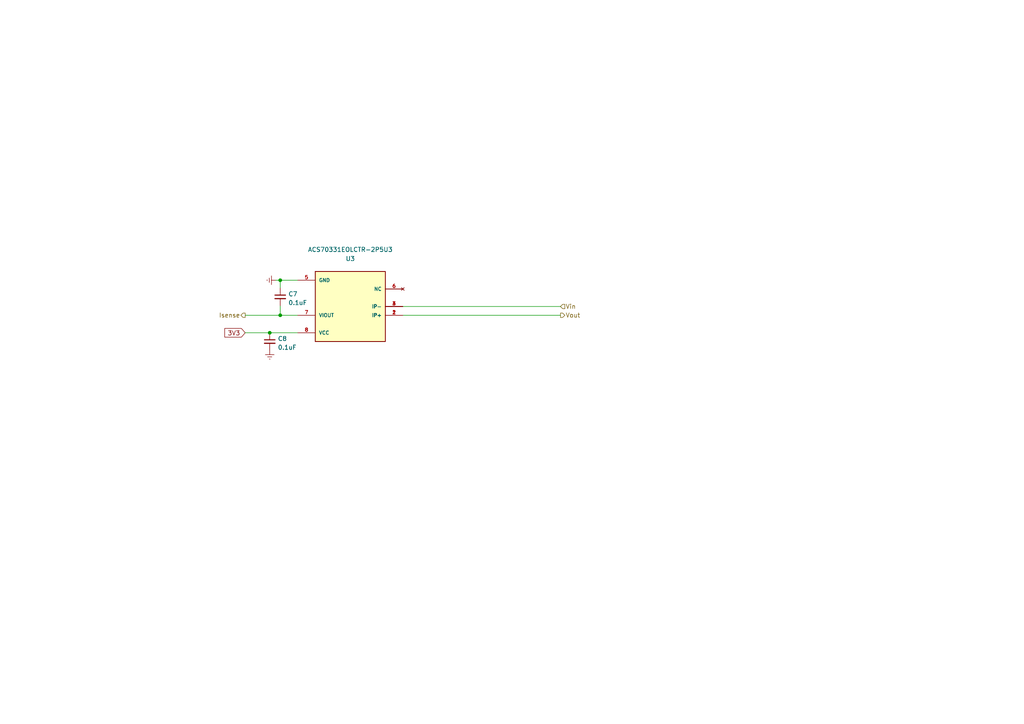
<source format=kicad_sch>
(kicad_sch (version 20211123) (generator eeschema)
  (paper "A4")
  (lib_symbols
    (symbol "ACS70331EOLCTR-2P5U3:ACS70331EOLCTR-2P5U3" (pin_names (offset 1.016))
      (property "Reference" "U" (at -10.16 11.049 0))
      (property "Value" "ACS70331EOLCTR-2P5U3" (at -10.16 -12.7 0))
      (symbol "ACS70331EOLCTR-2P5U3_0_0"
        (rectangle (start -10.16 -10.16) (end 10.16 10.16) (stroke (width 0.254)) (fill (type background)))
        (pin input line (at -15.24 2.54 0) (length 5.08) (name "IP+") (number "1"))
        (pin input line (at -15.24 2.54 0) (length 5.08) (name "IP+") (number "2"))
        (pin input line (at -15.24 0 0) (length 5.08) (name "IP-") (number "3"))
        (pin input line (at -15.24 0 0) (length 5.08) (name "IP-") (number "4"))
        (pin power_in line (at 15.24 -7.62 180) (length 5.08) (name "GND") (number "5"))
        (pin no_connect line (at -15.24 -5.08 0) (length 5.08) (name "NC") (number "6"))
        (pin output line (at 15.24 2.54 180) (length 5.08) (name "VIOUT") (number "7"))
        (pin power_in line (at 15.24 7.62 180) (length 5.08) (name "VCC") (number "8"))
      )
    )
    (symbol "Device:C_Small" (pin_numbers hide) (pin_names (offset 0.254) hide)
      (property "Reference" "C" (at 0.254 1.778 0))
      (property "Value" "C_Small" (at 0.254 -2.032 0))
      (symbol "C_Small_0_1"
        (polyline (pts (xy -1.524 -0.508) (xy 1.524 -0.508)) (stroke (width 0.3302)))
        (polyline (pts (xy -1.524 0.508) (xy 1.524 0.508)) (stroke (width 0.3048)))
      )
      (symbol "C_Small_1_1"
        (pin passive line (at 0 2.54 270) (length 2.032) (name "~") (number "1"))
        (pin passive line (at 0 -2.54 90) (length 2.032) (name "~") (number "2"))
      )
    )
    (symbol "power:GNDREF" (power) (pin_names (offset 0))
      (property "Value" "GNDREF" (at 0 -3.81 0))
      (symbol "GNDREF_0_1"
        (polyline (pts (xy -0.635 -1.905) (xy 0.635 -1.905)))
        (polyline (pts (xy -0.127 -2.54) (xy 0.127 -2.54)))
        (polyline (pts (xy 0 -1.27) (xy 0 0)))
        (polyline (pts (xy 1.27 -1.27) (xy -1.27 -1.27)))
      )
      (symbol "GNDREF_1_1"
        (pin power_in line (at 0 0 270) (length 0) hide (name "GNDREF") (number "1"))
      )
    )
  )
  (junction (at 81.28 81.28))
  (junction (at 78.232 96.52))
  (junction (at 81.28 91.44))
  (wire (pts (xy 80.01 81.28) (xy 81.28 81.28)))
  (wire (pts (xy 71.12 96.52) (xy 78.232 96.52)))
  (wire (pts (xy 71.12 91.44) (xy 81.28 91.44)))
  (wire (pts (xy 81.28 91.44) (xy 86.36 91.44)))
  (wire (pts (xy 78.232 96.52) (xy 86.36 96.52)))
  (wire (pts (xy 81.28 88.646) (xy 81.28 91.44)))
  (wire (pts (xy 81.28 81.28) (xy 86.36 81.28)))
  (wire (pts (xy 116.84 91.44) (xy 162.56 91.44)))
  (wire (pts (xy 81.28 81.28) (xy 81.28 83.566)))
  (wire (pts (xy 116.84 88.9) (xy 162.56 88.9)))
  (global_label "3V3" (shape input) (at 71.12 96.52 180) (property "Intersheet References" "${INTERSHEET_REFS}" (at 65.2882 96.4406 0) (effects (justify right))))
  (hierarchical_label "Vin" (shape input) (at 162.56 88.9 0))
  (hierarchical_label "Isense" (shape output) (at 71.12 91.44 180))
  (hierarchical_label "Vout" (shape output) (at 162.56 91.44 0))
  (symbol (lib_id "Device:C_Small") (at 78.232 99.06 0) (unit 1)
    (property "Reference" "C8" (at 80.5561 98.2316 0) (effects (justify left)))
    (property "Value" "0.1uF" (at 80.5561 100.7685 0) (effects (justify left)))
    (property "Footprint" "Capacitor_SMD:C_0603_1608Metric" (effects hide))
  )
  (symbol (lib_id "power:GNDREF") (at 80.01 81.28 270) (unit 1)
    (property "Reference" "#PWR07" (effects hide))
    (property "Value" "GNDREF" (effects hide))
  )
  (symbol (lib_id "ACS70331EOLCTR-2P5U3:ACS70331EOLCTR-2P5U3") (at 101.6 88.9 180) (unit 1)
    (property "Reference" "U3" (at 101.6 75.0402 0))
    (property "Value" "ACS70331EOLCTR-2P5U3" (at 101.6 72.39 0))
    (property "Footprint" "ACS70331EOLCTR-2P5U3:SOIC127P600X175-8N" (effects hide))
    (property "Package" "SOIC-8 Allegro" (effects hide))
    (property "MP" "ACS70331EOLCTR-2P5U3" (effects hide))
    (property "Availability" "In Stock" (effects hide))
    (property "Description" "Current Sensor 2.5A 1 Channel Hall Effect, Open Loop Unidirectional 8-SOIC (0.154, 3.90mm Width)" (effects hide))
    (property "Price" "None" (effects hide))
    (property "MF" "Allegro MicroSystems LLC" (effects hide))
  )
  (symbol (lib_id "Device:C_Small") (at 81.28 86.106 0) (unit 1)
    (property "Reference" "C7" (at 83.6041 85.2776 0) (effects (justify left)))
    (property "Value" "0.1uF" (at 83.6041 87.8145 0) (effects (justify left)))
    (property "Footprint" "Capacitor_SMD:C_0603_1608Metric" (effects hide))
  )
  (symbol (lib_id "power:GNDREF") (at 78.232 101.6 0) (unit 1)
    (property "Reference" "#PWR08" (effects hide))
    (property "Value" "GNDREF" (effects hide))
  )
)
</source>
